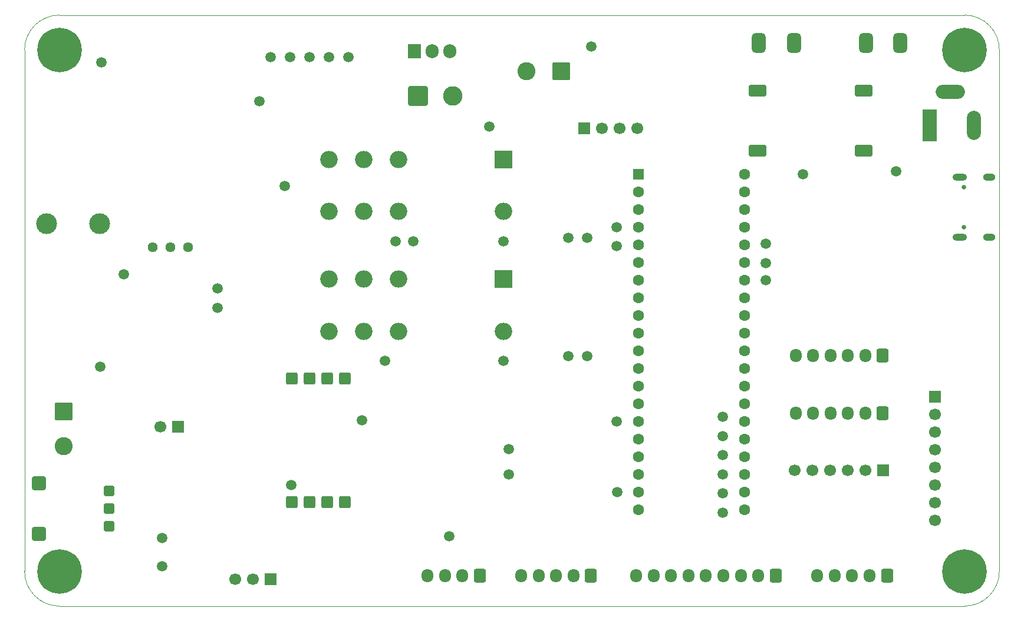
<source format=gbr>
%TF.GenerationSoftware,KiCad,Pcbnew,9.0.5*%
%TF.CreationDate,2025-12-08T19:50:26+01:00*%
%TF.ProjectId,inz,696e7a2e-6b69-4636-9164-5f7063625858,rev?*%
%TF.SameCoordinates,Original*%
%TF.FileFunction,Soldermask,Bot*%
%TF.FilePolarity,Negative*%
%FSLAX46Y46*%
G04 Gerber Fmt 4.6, Leading zero omitted, Abs format (unit mm)*
G04 Created by KiCad (PCBNEW 9.0.5) date 2025-12-08 19:50:26*
%MOMM*%
%LPD*%
G01*
G04 APERTURE LIST*
G04 Aperture macros list*
%AMRoundRect*
0 Rectangle with rounded corners*
0 $1 Rounding radius*
0 $2 $3 $4 $5 $6 $7 $8 $9 X,Y pos of 4 corners*
0 Add a 4 corners polygon primitive as box body*
4,1,4,$2,$3,$4,$5,$6,$7,$8,$9,$2,$3,0*
0 Add four circle primitives for the rounded corners*
1,1,$1+$1,$2,$3*
1,1,$1+$1,$4,$5*
1,1,$1+$1,$6,$7*
1,1,$1+$1,$8,$9*
0 Add four rect primitives between the rounded corners*
20,1,$1+$1,$2,$3,$4,$5,0*
20,1,$1+$1,$4,$5,$6,$7,0*
20,1,$1+$1,$6,$7,$8,$9,0*
20,1,$1+$1,$8,$9,$2,$3,0*%
G04 Aperture macros list end*
%ADD10R,1.700000X1.700000*%
%ADD11C,1.700000*%
%ADD12C,6.400000*%
%ADD13RoundRect,0.250000X1.050000X1.050000X-1.050000X1.050000X-1.050000X-1.050000X1.050000X-1.050000X0*%
%ADD14C,2.600000*%
%ADD15C,1.500000*%
%ADD16RoundRect,0.225000X-0.525000X-0.525000X0.525000X-0.525000X0.525000X0.525000X-0.525000X0.525000X0*%
%ADD17RoundRect,0.300000X-0.700000X-0.700000X0.700000X-0.700000X0.700000X0.700000X-0.700000X0.700000X0*%
%ADD18RoundRect,0.250000X-0.550000X-0.550000X0.550000X-0.550000X0.550000X0.550000X-0.550000X0.550000X0*%
%ADD19C,1.600000*%
%ADD20C,3.000000*%
%ADD21R,2.500000X2.500000*%
%ADD22O,2.500000X2.500000*%
%ADD23RoundRect,0.250000X0.600000X0.725000X-0.600000X0.725000X-0.600000X-0.725000X0.600000X-0.725000X0*%
%ADD24O,1.700000X1.950000*%
%ADD25R,1.905000X2.000000*%
%ADD26O,1.905000X2.000000*%
%ADD27RoundRect,0.250000X-1.050000X1.050000X-1.050000X-1.050000X1.050000X-1.050000X1.050000X1.050000X0*%
%ADD28RoundRect,0.250000X0.600000X-0.600000X0.600000X0.600000X-0.600000X0.600000X-0.600000X-0.600000X0*%
%ADD29RoundRect,0.500000X0.500000X0.900000X-0.500000X0.900000X-0.500000X-0.900000X0.500000X-0.900000X0*%
%ADD30C,0.650000*%
%ADD31O,2.100000X1.000000*%
%ADD32O,1.800000X1.000000*%
%ADD33R,2.000000X4.600000*%
%ADD34O,2.000000X4.200000*%
%ADD35O,4.200000X2.000000*%
%ADD36RoundRect,0.250001X-1.149999X-1.149999X1.149999X-1.149999X1.149999X1.149999X-1.149999X1.149999X0*%
%ADD37C,2.800000*%
%ADD38RoundRect,0.255000X-0.995000X-0.595000X0.995000X-0.595000X0.995000X0.595000X-0.995000X0.595000X0*%
%ADD39C,1.440000*%
%TA.AperFunction,Profile*%
%ADD40C,0.050000*%
%TD*%
G04 APERTURE END LIST*
D10*
%TO.C,J203*%
X176268080Y-88500000D03*
D11*
X173728080Y-88500000D03*
X171188080Y-88500000D03*
X168648080Y-88500000D03*
X166108080Y-88500000D03*
X163568080Y-88500000D03*
%TD*%
D10*
%TO.C,J501*%
X133380000Y-39250000D03*
D11*
X135920000Y-39250000D03*
X138460000Y-39250000D03*
X141000000Y-39250000D03*
%TD*%
D12*
%TO.C,H402*%
X188000000Y-28000000D03*
%TD*%
D13*
%TO.C,J302*%
X130112918Y-31039581D03*
D14*
X125112918Y-31039581D03*
%TD*%
D15*
%TO.C,TP203*%
X122500000Y-85400000D03*
%TD*%
D16*
%TO.C,U204*%
X65175000Y-91460000D03*
X65175000Y-94000000D03*
X65175000Y-96540000D03*
D17*
X55075000Y-90350000D03*
X55075000Y-97650000D03*
%TD*%
D18*
%TO.C,J102*%
X141160000Y-45885000D03*
D19*
X141160000Y-48425000D03*
X141160000Y-50965000D03*
X141160000Y-53505000D03*
X141160000Y-56045000D03*
X141160000Y-58585000D03*
X141160000Y-61125000D03*
X141160000Y-63665000D03*
X141160000Y-66205000D03*
X141160000Y-68745000D03*
X141160000Y-71285000D03*
X141160000Y-73825000D03*
X141160000Y-76365000D03*
X141160000Y-78905000D03*
X141160000Y-81445000D03*
X141160000Y-83985000D03*
X141160000Y-86525000D03*
X141160000Y-89065000D03*
X141160000Y-91605000D03*
X141160000Y-94145000D03*
X156400000Y-94145000D03*
X156400000Y-91605000D03*
X156400000Y-89065000D03*
X156400000Y-86525000D03*
X156400000Y-83985000D03*
X156400000Y-81445000D03*
X156400000Y-78905000D03*
X156400000Y-76365000D03*
X156400000Y-73825000D03*
X156400000Y-71285000D03*
X156400000Y-68745000D03*
X156400000Y-66205000D03*
X156400000Y-63665000D03*
X156400000Y-61125000D03*
X156400000Y-58585000D03*
X156400000Y-56045000D03*
X156400000Y-53505000D03*
X156400000Y-50965000D03*
X156400000Y-48425000D03*
X156400000Y-45885000D03*
%TD*%
D20*
%TO.C,L601*%
X56190000Y-53000000D03*
X63810000Y-53000000D03*
%TD*%
D15*
%TO.C,TP602*%
X90400000Y-47600000D03*
%TD*%
D21*
%TO.C,RL102*%
X121750000Y-43750000D03*
D22*
X106750000Y-43750000D03*
X101750000Y-43750000D03*
X96750000Y-43750000D03*
X96750000Y-51250000D03*
X101750000Y-51250000D03*
X106750000Y-51250000D03*
X121750000Y-51250000D03*
%TD*%
D23*
%TO.C,J407*%
X134346541Y-103638758D03*
D24*
X131846541Y-103638758D03*
X129346541Y-103638758D03*
X126846541Y-103638758D03*
X124346541Y-103638758D03*
%TD*%
D15*
%TO.C,TP112*%
X153293930Y-83561076D03*
%TD*%
%TO.C,TP103*%
X106250000Y-55500000D03*
%TD*%
D12*
%TO.C,H401*%
X58000000Y-28000000D03*
%TD*%
D25*
%TO.C,Q301*%
X108972918Y-28212081D03*
D26*
X111512918Y-28212081D03*
X114052918Y-28212081D03*
%TD*%
D15*
%TO.C,TP505*%
X131082282Y-55034255D03*
%TD*%
%TO.C,TP206*%
X114000000Y-98000000D03*
%TD*%
D27*
%TO.C,J101*%
X58640925Y-79979129D03*
D14*
X58640925Y-84979129D03*
%TD*%
D28*
%TO.C,J201*%
X91350000Y-93070000D03*
X93890000Y-93070000D03*
X96430000Y-93070000D03*
X98970000Y-93070000D03*
X91350000Y-75290000D03*
X93890000Y-75290000D03*
X96430000Y-75290000D03*
X98970000Y-75290000D03*
%TD*%
D23*
%TO.C,J401*%
X118379605Y-103638758D03*
D24*
X115879605Y-103638758D03*
X113379605Y-103638758D03*
X110879605Y-103638758D03*
%TD*%
D15*
%TO.C,TP111*%
X153293930Y-80811076D03*
%TD*%
%TO.C,TP601*%
X88300000Y-29062747D03*
%TD*%
%TO.C,TP113*%
X153293930Y-86311076D03*
%TD*%
%TO.C,TP204*%
X72750000Y-102250000D03*
%TD*%
%TO.C,TP302*%
X93903874Y-29062747D03*
%TD*%
%TO.C,TP502*%
X131082282Y-72034255D03*
%TD*%
D29*
%TO.C,F401*%
X178740000Y-27000000D03*
X173870000Y-26987500D03*
X163500000Y-27000000D03*
X158420000Y-27000000D03*
%TD*%
D15*
%TO.C,TP114*%
X153293930Y-89061076D03*
%TD*%
D30*
%TO.C,J402*%
X187910000Y-53515000D03*
X187910000Y-47735000D03*
D31*
X187350000Y-54945000D03*
D32*
X191530000Y-54945000D03*
D31*
X187350000Y-46305000D03*
D32*
X191530000Y-46305000D03*
%TD*%
D15*
%TO.C,TP401*%
X178200000Y-45500000D03*
%TD*%
%TO.C,TP403*%
X164800000Y-45900000D03*
%TD*%
D23*
%TO.C,J404*%
X176250000Y-72000000D03*
D24*
X173750000Y-72000000D03*
X171250000Y-72000000D03*
X168750000Y-72000000D03*
X166250000Y-72000000D03*
X163750000Y-72000000D03*
%TD*%
D12*
%TO.C,H403*%
X188000000Y-103000000D03*
%TD*%
D15*
%TO.C,TP115*%
X153293930Y-91811076D03*
%TD*%
D23*
%TO.C,J409*%
X176857088Y-103638758D03*
D24*
X174357088Y-103638758D03*
X171857088Y-103638758D03*
X169357088Y-103638758D03*
X166857088Y-103638758D03*
%TD*%
D15*
%TO.C,TP504*%
X133832282Y-55034255D03*
%TD*%
%TO.C,TP110*%
X138073930Y-81451076D03*
%TD*%
%TO.C,TP205*%
X72750000Y-98200000D03*
%TD*%
%TO.C,TP202*%
X101500000Y-81250000D03*
%TD*%
%TO.C,TP301*%
X91101937Y-29062747D03*
%TD*%
%TO.C,TP101*%
X108815000Y-55500000D03*
%TD*%
%TO.C,TP603*%
X86700000Y-35400000D03*
%TD*%
D23*
%TO.C,J408*%
X160857088Y-103638758D03*
D24*
X158357088Y-103638758D03*
X155857088Y-103638758D03*
X153357088Y-103638758D03*
X150857088Y-103638758D03*
X148357088Y-103638758D03*
X145857088Y-103638758D03*
X143357088Y-103638758D03*
X140857088Y-103638758D03*
%TD*%
D10*
%TO.C,J202*%
X88300000Y-104100000D03*
D11*
X85760000Y-104100000D03*
X83220000Y-104100000D03*
%TD*%
D15*
%TO.C,TP108*%
X159473930Y-58641076D03*
%TD*%
%TO.C,TP201*%
X91275000Y-90575000D03*
%TD*%
%TO.C,TP109*%
X159473930Y-61141076D03*
%TD*%
%TO.C,TP606*%
X80700000Y-62300000D03*
%TD*%
%TO.C,TP303*%
X99507747Y-29062747D03*
%TD*%
%TO.C,TP207*%
X122500000Y-89100000D03*
%TD*%
%TO.C,TP117*%
X153293930Y-94561076D03*
%TD*%
%TO.C,TP503*%
X121750000Y-72750000D03*
%TD*%
D23*
%TO.C,J406*%
X176250000Y-80250000D03*
D24*
X173750000Y-80250000D03*
X171250000Y-80250000D03*
X168750000Y-80250000D03*
X166250000Y-80250000D03*
X163750000Y-80250000D03*
%TD*%
D15*
%TO.C,TP604*%
X67255000Y-60250000D03*
%TD*%
%TO.C,TP104*%
X119750000Y-39000000D03*
%TD*%
%TO.C,TP605*%
X80700000Y-65100000D03*
%TD*%
D33*
%TO.C,J403*%
X183025735Y-38854186D03*
D34*
X189325735Y-38854186D03*
D35*
X185925735Y-34054186D03*
%TD*%
D15*
%TO.C,TP607*%
X64000000Y-29800000D03*
%TD*%
%TO.C,TP501*%
X133832282Y-72034255D03*
%TD*%
%TO.C,TP506*%
X121750000Y-55500000D03*
%TD*%
D36*
%TO.C,J301*%
X109507747Y-34657747D03*
D37*
X114507747Y-34657747D03*
%TD*%
D15*
%TO.C,TP116*%
X138100000Y-91600000D03*
%TD*%
%TO.C,TP304*%
X96705810Y-29062747D03*
%TD*%
%TO.C,TP402*%
X134400000Y-27500000D03*
%TD*%
D38*
%TO.C,J405*%
X158253819Y-33865093D03*
X173493819Y-33865093D03*
X158253819Y-42485093D03*
X173493819Y-42485093D03*
%TD*%
D10*
%TO.C,JP102*%
X75025000Y-82250000D03*
D11*
X72485000Y-82250000D03*
%TD*%
D12*
%TO.C,H404*%
X58000000Y-103000000D03*
%TD*%
D15*
%TO.C,TP105*%
X138073930Y-53551076D03*
%TD*%
D21*
%TO.C,RL101*%
X121750000Y-61000000D03*
D22*
X106750000Y-61000000D03*
X101750000Y-61000000D03*
X96750000Y-61000000D03*
X96750000Y-68500000D03*
X101750000Y-68500000D03*
X106750000Y-68500000D03*
X121750000Y-68500000D03*
%TD*%
D15*
%TO.C,TP106*%
X159473930Y-55891076D03*
%TD*%
D39*
%TO.C,RV601*%
X71365000Y-56390000D03*
X73905000Y-56390000D03*
X76445000Y-56390000D03*
%TD*%
D10*
%TO.C,J411*%
X183750000Y-77860000D03*
D11*
X183750000Y-80400000D03*
X183750000Y-82940000D03*
X183750000Y-85480000D03*
X183750000Y-88020000D03*
X183750000Y-90560000D03*
X183750000Y-93100000D03*
X183750000Y-95640000D03*
%TD*%
D15*
%TO.C,TP107*%
X138073930Y-56251076D03*
%TD*%
%TO.C,TP102*%
X104750000Y-72750000D03*
%TD*%
%TO.C,TP608*%
X63900000Y-73600000D03*
%TD*%
D40*
X53000000Y-103000000D02*
X53000000Y-28000000D01*
X53000000Y-28000000D02*
G75*
G02*
X58000000Y-23000000I5000000J0D01*
G01*
X58000000Y-108000000D02*
G75*
G02*
X53000000Y-103000000I0J5000000D01*
G01*
X188000000Y-108000000D02*
X58000000Y-108000000D01*
X193000000Y-28000000D02*
X193000000Y-103000000D01*
X58000000Y-23000000D02*
X188000000Y-23000000D01*
X188000000Y-23000000D02*
G75*
G02*
X193000000Y-28000000I0J-5000000D01*
G01*
X193000000Y-103000000D02*
G75*
G02*
X188000000Y-108000000I-5000000J0D01*
G01*
M02*

</source>
